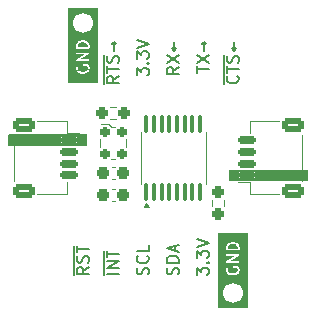
<source format=gbr>
%TF.GenerationSoftware,KiCad,Pcbnew,8.0.7*%
%TF.CreationDate,2025-02-08T23:44:29-05:00*%
%TF.ProjectId,QwiicUART-Board,51776969-6355-4415-9254-2d426f617264,0.0.2*%
%TF.SameCoordinates,PX853a720PY66f2fb0*%
%TF.FileFunction,Legend,Top*%
%TF.FilePolarity,Positive*%
%FSLAX46Y46*%
G04 Gerber Fmt 4.6, Leading zero omitted, Abs format (unit mm)*
G04 Created by KiCad (PCBNEW 8.0.7) date 2025-02-08 23:44:29*
%MOMM*%
%LPD*%
G01*
G04 APERTURE LIST*
G04 Aperture macros list*
%AMRoundRect*
0 Rectangle with rounded corners*
0 $1 Rounding radius*
0 $2 $3 $4 $5 $6 $7 $8 $9 X,Y pos of 4 corners*
0 Add a 4 corners polygon primitive as box body*
4,1,4,$2,$3,$4,$5,$6,$7,$8,$9,$2,$3,0*
0 Add four circle primitives for the rounded corners*
1,1,$1+$1,$2,$3*
1,1,$1+$1,$4,$5*
1,1,$1+$1,$6,$7*
1,1,$1+$1,$8,$9*
0 Add four rect primitives between the rounded corners*
20,1,$1+$1,$2,$3,$4,$5,0*
20,1,$1+$1,$4,$5,$6,$7,0*
20,1,$1+$1,$6,$7,$8,$9,0*
20,1,$1+$1,$8,$9,$2,$3,0*%
G04 Aperture macros list end*
%ADD10C,0.150000*%
%ADD11C,0.120000*%
%ADD12C,3.200000*%
%ADD13RoundRect,0.237500X0.250000X0.237500X-0.250000X0.237500X-0.250000X-0.237500X0.250000X-0.237500X0*%
%ADD14RoundRect,0.100000X0.100000X-0.637500X0.100000X0.637500X-0.100000X0.637500X-0.100000X-0.637500X0*%
%ADD15RoundRect,0.237500X-0.300000X-0.237500X0.300000X-0.237500X0.300000X0.237500X-0.300000X0.237500X0*%
%ADD16RoundRect,0.150000X0.625000X-0.150000X0.625000X0.150000X-0.625000X0.150000X-0.625000X-0.150000X0*%
%ADD17RoundRect,0.250000X0.650000X-0.350000X0.650000X0.350000X-0.650000X0.350000X-0.650000X-0.350000X0*%
%ADD18C,1.000000*%
%ADD19RoundRect,0.150000X-0.625000X0.150000X-0.625000X-0.150000X0.625000X-0.150000X0.625000X0.150000X0*%
%ADD20RoundRect,0.250000X-0.650000X0.350000X-0.650000X-0.350000X0.650000X-0.350000X0.650000X0.350000X0*%
%ADD21RoundRect,0.200000X-0.200000X-0.250000X0.200000X-0.250000X0.200000X0.250000X-0.200000X0.250000X0*%
%ADD22RoundRect,0.237500X-0.237500X0.250000X-0.237500X-0.250000X0.237500X-0.250000X0.237500X0.250000X0*%
%ADD23C,1.700000*%
G04 APERTURE END LIST*
D10*
X-3355181Y-9823220D02*
X-4355181Y-9823220D01*
X-3355181Y-9347030D02*
X-4355181Y-9347030D01*
X-4355181Y-9347030D02*
X-3355181Y-8775602D01*
X-3355181Y-8775602D02*
X-4355181Y-8775602D01*
X-4355181Y-8442268D02*
X-4355181Y-7870840D01*
X-3355181Y-8156554D02*
X-4355181Y-8156554D01*
X-4632800Y-9961316D02*
X-4632800Y-7875602D01*
X1724819Y7680364D02*
X1248628Y7347031D01*
X1724819Y7108936D02*
X724819Y7108936D01*
X724819Y7108936D02*
X724819Y7489888D01*
X724819Y7489888D02*
X772438Y7585126D01*
X772438Y7585126D02*
X820057Y7632745D01*
X820057Y7632745D02*
X915295Y7680364D01*
X915295Y7680364D02*
X1058152Y7680364D01*
X1058152Y7680364D02*
X1153390Y7632745D01*
X1153390Y7632745D02*
X1201009Y7585126D01*
X1201009Y7585126D02*
X1248628Y7489888D01*
X1248628Y7489888D02*
X1248628Y7108936D01*
X724819Y8013698D02*
X1724819Y8680364D01*
X724819Y8680364D02*
X1724819Y8013698D01*
X1343866Y9823221D02*
X1343866Y9061317D01*
X1534342Y9251793D02*
X1343866Y9061317D01*
X1343866Y9061317D02*
X1153390Y9251793D01*
X3264819Y-9918458D02*
X3264819Y-9299411D01*
X3264819Y-9299411D02*
X3645771Y-9632744D01*
X3645771Y-9632744D02*
X3645771Y-9489887D01*
X3645771Y-9489887D02*
X3693390Y-9394649D01*
X3693390Y-9394649D02*
X3741009Y-9347030D01*
X3741009Y-9347030D02*
X3836247Y-9299411D01*
X3836247Y-9299411D02*
X4074342Y-9299411D01*
X4074342Y-9299411D02*
X4169580Y-9347030D01*
X4169580Y-9347030D02*
X4217200Y-9394649D01*
X4217200Y-9394649D02*
X4264819Y-9489887D01*
X4264819Y-9489887D02*
X4264819Y-9775601D01*
X4264819Y-9775601D02*
X4217200Y-9870839D01*
X4217200Y-9870839D02*
X4169580Y-9918458D01*
X4169580Y-8870839D02*
X4217200Y-8823220D01*
X4217200Y-8823220D02*
X4264819Y-8870839D01*
X4264819Y-8870839D02*
X4217200Y-8918458D01*
X4217200Y-8918458D02*
X4169580Y-8870839D01*
X4169580Y-8870839D02*
X4264819Y-8870839D01*
X3264819Y-8489887D02*
X3264819Y-7870840D01*
X3264819Y-7870840D02*
X3645771Y-8204173D01*
X3645771Y-8204173D02*
X3645771Y-8061316D01*
X3645771Y-8061316D02*
X3693390Y-7966078D01*
X3693390Y-7966078D02*
X3741009Y-7918459D01*
X3741009Y-7918459D02*
X3836247Y-7870840D01*
X3836247Y-7870840D02*
X4074342Y-7870840D01*
X4074342Y-7870840D02*
X4169580Y-7918459D01*
X4169580Y-7918459D02*
X4217200Y-7966078D01*
X4217200Y-7966078D02*
X4264819Y-8061316D01*
X4264819Y-8061316D02*
X4264819Y-8347030D01*
X4264819Y-8347030D02*
X4217200Y-8442268D01*
X4217200Y-8442268D02*
X4169580Y-8489887D01*
X3264819Y-7585125D02*
X4264819Y-7251792D01*
X4264819Y-7251792D02*
X3264819Y-6918459D01*
X1677200Y-9870839D02*
X1724819Y-9727982D01*
X1724819Y-9727982D02*
X1724819Y-9489887D01*
X1724819Y-9489887D02*
X1677200Y-9394649D01*
X1677200Y-9394649D02*
X1629580Y-9347030D01*
X1629580Y-9347030D02*
X1534342Y-9299411D01*
X1534342Y-9299411D02*
X1439104Y-9299411D01*
X1439104Y-9299411D02*
X1343866Y-9347030D01*
X1343866Y-9347030D02*
X1296247Y-9394649D01*
X1296247Y-9394649D02*
X1248628Y-9489887D01*
X1248628Y-9489887D02*
X1201009Y-9680363D01*
X1201009Y-9680363D02*
X1153390Y-9775601D01*
X1153390Y-9775601D02*
X1105771Y-9823220D01*
X1105771Y-9823220D02*
X1010533Y-9870839D01*
X1010533Y-9870839D02*
X915295Y-9870839D01*
X915295Y-9870839D02*
X820057Y-9823220D01*
X820057Y-9823220D02*
X772438Y-9775601D01*
X772438Y-9775601D02*
X724819Y-9680363D01*
X724819Y-9680363D02*
X724819Y-9442268D01*
X724819Y-9442268D02*
X772438Y-9299411D01*
X1724819Y-8870839D02*
X724819Y-8870839D01*
X724819Y-8870839D02*
X724819Y-8632744D01*
X724819Y-8632744D02*
X772438Y-8489887D01*
X772438Y-8489887D02*
X867676Y-8394649D01*
X867676Y-8394649D02*
X962914Y-8347030D01*
X962914Y-8347030D02*
X1153390Y-8299411D01*
X1153390Y-8299411D02*
X1296247Y-8299411D01*
X1296247Y-8299411D02*
X1486723Y-8347030D01*
X1486723Y-8347030D02*
X1581961Y-8394649D01*
X1581961Y-8394649D02*
X1677200Y-8489887D01*
X1677200Y-8489887D02*
X1724819Y-8632744D01*
X1724819Y-8632744D02*
X1724819Y-8870839D01*
X1439104Y-7918458D02*
X1439104Y-7442268D01*
X1724819Y-8013696D02*
X724819Y-7680363D01*
X724819Y-7680363D02*
X1724819Y-7347030D01*
X3264819Y7204174D02*
X3264819Y7775602D01*
X4264819Y7489888D02*
X3264819Y7489888D01*
X3264819Y8013698D02*
X4264819Y8680364D01*
X3264819Y8680364D02*
X4264819Y8013698D01*
X3883866Y9061317D02*
X3883866Y9823221D01*
X4074342Y9632745D02*
X3883866Y9823221D01*
X3883866Y9823221D02*
X3693390Y9632745D01*
G36*
X-6159453Y9752457D02*
G01*
X-6082466Y9713963D01*
X-6008352Y9639850D01*
X-5970181Y9525337D01*
X-5970181Y9374412D01*
X-6820181Y9374412D01*
X-6820181Y9525337D01*
X-6782010Y9639851D01*
X-6707897Y9713963D01*
X-6630910Y9752457D01*
X-6457376Y9795840D01*
X-6332987Y9795840D01*
X-6159453Y9752457D01*
G37*
G36*
X-5709070Y7018063D02*
G01*
X-7081292Y7018063D01*
X-7081292Y7680364D01*
X-6970181Y7680364D01*
X-6970181Y7537507D01*
X-6969452Y7530102D01*
X-6969592Y7528127D01*
X-6969002Y7525530D01*
X-6968740Y7522875D01*
X-6967982Y7521044D01*
X-6966332Y7513790D01*
X-6918713Y7370933D01*
X-6912719Y7357508D01*
X-6910954Y7355473D01*
X-6909922Y7352982D01*
X-6900595Y7341617D01*
X-6805357Y7246379D01*
X-6799607Y7241659D01*
X-6798308Y7240162D01*
X-6796054Y7238743D01*
X-6793992Y7237051D01*
X-6792160Y7236293D01*
X-6785865Y7232330D01*
X-6690627Y7184711D01*
X-6689558Y7184302D01*
X-6689122Y7183979D01*
X-6682986Y7181787D01*
X-6676896Y7179456D01*
X-6676356Y7179418D01*
X-6675276Y7179032D01*
X-6484800Y7131413D01*
X-6482264Y7131038D01*
X-6481242Y7130615D01*
X-6475730Y7130073D01*
X-6470256Y7129263D01*
X-6469164Y7129426D01*
X-6466610Y7129174D01*
X-6323753Y7129174D01*
X-6321200Y7129426D01*
X-6320107Y7129263D01*
X-6314634Y7130073D01*
X-6309121Y7130615D01*
X-6308100Y7131038D01*
X-6305563Y7131413D01*
X-6115087Y7179032D01*
X-6114008Y7179418D01*
X-6113468Y7179456D01*
X-6107387Y7181784D01*
X-6101241Y7183979D01*
X-6100806Y7184302D01*
X-6099736Y7184711D01*
X-6004498Y7232330D01*
X-5998202Y7236294D01*
X-5996372Y7237051D01*
X-5994314Y7238741D01*
X-5992055Y7240162D01*
X-5990756Y7241661D01*
X-5985006Y7246379D01*
X-5889767Y7341617D01*
X-5880439Y7352982D01*
X-5879408Y7355473D01*
X-5877643Y7357507D01*
X-5871649Y7370933D01*
X-5824030Y7513789D01*
X-5822381Y7521045D01*
X-5821622Y7522875D01*
X-5821361Y7525529D01*
X-5820770Y7528126D01*
X-5820911Y7530101D01*
X-5820181Y7537507D01*
X-5820181Y7632745D01*
X-5820911Y7640152D01*
X-5820770Y7642126D01*
X-5821361Y7644724D01*
X-5821622Y7647377D01*
X-5822381Y7649208D01*
X-5824030Y7656463D01*
X-5871649Y7799319D01*
X-5877643Y7812745D01*
X-5879410Y7814782D01*
X-5880440Y7817270D01*
X-5889768Y7828636D01*
X-5937388Y7876255D01*
X-5948753Y7885582D01*
X-5964590Y7892142D01*
X-5975788Y7896780D01*
X-5990420Y7898221D01*
X-6323753Y7898221D01*
X-6338385Y7896780D01*
X-6365421Y7885581D01*
X-6386113Y7864889D01*
X-6397312Y7837853D01*
X-6398753Y7823221D01*
X-6398753Y7632745D01*
X-6397312Y7618113D01*
X-6386113Y7591077D01*
X-6365421Y7570385D01*
X-6338385Y7559186D01*
X-6309121Y7559186D01*
X-6282085Y7570385D01*
X-6261393Y7591077D01*
X-6250194Y7618113D01*
X-6248753Y7632745D01*
X-6248753Y7748221D01*
X-6021486Y7748221D01*
X-6008352Y7735088D01*
X-5970181Y7620575D01*
X-5970181Y7549677D01*
X-6008352Y7435165D01*
X-6082466Y7361052D01*
X-6159453Y7322558D01*
X-6332987Y7279174D01*
X-6457376Y7279174D01*
X-6630910Y7322558D01*
X-6707897Y7361051D01*
X-6782010Y7435164D01*
X-6820181Y7549678D01*
X-6820181Y7662659D01*
X-6780480Y7742061D01*
X-6775225Y7755792D01*
X-6773151Y7784982D01*
X-6782405Y7812744D01*
X-6801578Y7834851D01*
X-6827753Y7847939D01*
X-6856943Y7850013D01*
X-6884704Y7840759D01*
X-6906812Y7821586D01*
X-6914644Y7809143D01*
X-6962263Y7713905D01*
X-6967518Y7700173D01*
X-6967709Y7697486D01*
X-6968740Y7694996D01*
X-6970181Y7680364D01*
X-7081292Y7680364D01*
X-7081292Y8257032D01*
X-6969998Y8257032D01*
X-6968740Y8247136D01*
X-6968740Y8237161D01*
X-6966911Y8232746D01*
X-6966308Y8228002D01*
X-6961358Y8219338D01*
X-6957541Y8210125D01*
X-6954163Y8206747D01*
X-6951789Y8202593D01*
X-6943900Y8196484D01*
X-6936849Y8189433D01*
X-6932433Y8187604D01*
X-6928652Y8184676D01*
X-6919029Y8182052D01*
X-6909813Y8178234D01*
X-6902331Y8177498D01*
X-6900420Y8176976D01*
X-6898945Y8177164D01*
X-6895181Y8176793D01*
X-5895181Y8176793D01*
X-5880549Y8178234D01*
X-5853513Y8189433D01*
X-5832821Y8210125D01*
X-5821622Y8237161D01*
X-5821622Y8266425D01*
X-5832821Y8293461D01*
X-5853513Y8314153D01*
X-5880549Y8325352D01*
X-5895181Y8326793D01*
X-6612764Y8326793D01*
X-5857970Y8758103D01*
X-5854886Y8760293D01*
X-5853513Y8760861D01*
X-5852116Y8762259D01*
X-5845981Y8766613D01*
X-5839873Y8774502D01*
X-5832821Y8781553D01*
X-5830991Y8785972D01*
X-5828064Y8789751D01*
X-5825440Y8799373D01*
X-5821622Y8808589D01*
X-5821622Y8813370D01*
X-5820364Y8817982D01*
X-5821622Y8827879D01*
X-5821622Y8837853D01*
X-5823452Y8842269D01*
X-5824054Y8847012D01*
X-5829005Y8855677D01*
X-5832821Y8864889D01*
X-5836200Y8868268D01*
X-5838573Y8872421D01*
X-5846463Y8878531D01*
X-5853513Y8885581D01*
X-5857930Y8887411D01*
X-5861710Y8890338D01*
X-5871334Y8892963D01*
X-5880549Y8896780D01*
X-5888032Y8897517D01*
X-5889942Y8898038D01*
X-5891418Y8897851D01*
X-5895181Y8898221D01*
X-6895181Y8898221D01*
X-6909813Y8896780D01*
X-6936849Y8885581D01*
X-6957541Y8864889D01*
X-6968740Y8837853D01*
X-6968740Y8808589D01*
X-6957541Y8781553D01*
X-6936849Y8760861D01*
X-6909813Y8749662D01*
X-6895181Y8748221D01*
X-6177598Y8748221D01*
X-6932391Y8316911D01*
X-6935475Y8314723D01*
X-6936849Y8314153D01*
X-6938249Y8312754D01*
X-6944381Y8308401D01*
X-6950491Y8300512D01*
X-6957541Y8293461D01*
X-6959371Y8289045D01*
X-6962298Y8285264D01*
X-6964923Y8275641D01*
X-6968740Y8266425D01*
X-6968740Y8261645D01*
X-6969998Y8257032D01*
X-7081292Y8257032D01*
X-7081292Y9537507D01*
X-6970181Y9537507D01*
X-6970181Y9299412D01*
X-6968740Y9284780D01*
X-6957541Y9257744D01*
X-6936849Y9237052D01*
X-6909813Y9225853D01*
X-6895181Y9224412D01*
X-5895181Y9224412D01*
X-5880549Y9225853D01*
X-5853513Y9237052D01*
X-5832821Y9257744D01*
X-5821622Y9284780D01*
X-5820181Y9299412D01*
X-5820181Y9537507D01*
X-5820911Y9544914D01*
X-5820770Y9546888D01*
X-5821361Y9549486D01*
X-5821622Y9552139D01*
X-5822381Y9553970D01*
X-5824030Y9561225D01*
X-5871649Y9704081D01*
X-5877643Y9717507D01*
X-5879408Y9719542D01*
X-5880439Y9722032D01*
X-5889767Y9733397D01*
X-5985006Y9828635D01*
X-5990756Y9833354D01*
X-5992055Y9834852D01*
X-5994314Y9836274D01*
X-5996372Y9837963D01*
X-5998202Y9838721D01*
X-6004498Y9842684D01*
X-6099736Y9890303D01*
X-6100806Y9890713D01*
X-6101241Y9891035D01*
X-6107387Y9893231D01*
X-6113468Y9895558D01*
X-6114008Y9895597D01*
X-6115087Y9895982D01*
X-6305563Y9943601D01*
X-6308100Y9943977D01*
X-6309121Y9944399D01*
X-6314634Y9944942D01*
X-6320107Y9945751D01*
X-6321200Y9945589D01*
X-6323753Y9945840D01*
X-6466610Y9945840D01*
X-6469164Y9945589D01*
X-6470256Y9945751D01*
X-6475730Y9944942D01*
X-6481242Y9944399D01*
X-6482264Y9943977D01*
X-6484800Y9943601D01*
X-6675276Y9895982D01*
X-6676356Y9895597D01*
X-6676896Y9895558D01*
X-6682986Y9893228D01*
X-6689122Y9891035D01*
X-6689558Y9890713D01*
X-6690627Y9890303D01*
X-6785865Y9842684D01*
X-6792160Y9838722D01*
X-6793992Y9837963D01*
X-6796054Y9836272D01*
X-6798308Y9834852D01*
X-6799607Y9833356D01*
X-6805357Y9828635D01*
X-6900595Y9733397D01*
X-6909922Y9722032D01*
X-6910954Y9719542D01*
X-6912719Y9717506D01*
X-6918713Y9704081D01*
X-6966332Y9561224D01*
X-6967982Y9553971D01*
X-6968740Y9552139D01*
X-6969002Y9549485D01*
X-6969592Y9546887D01*
X-6969452Y9544913D01*
X-6970181Y9537507D01*
X-7081292Y9537507D01*
X-7081292Y10056951D01*
X-5709070Y10056951D01*
X-5709070Y7018063D01*
G37*
G36*
X6540547Y-7322556D02*
G01*
X6617534Y-7361050D01*
X6691648Y-7435163D01*
X6729819Y-7549676D01*
X6729819Y-7700601D01*
X5879819Y-7700601D01*
X5879819Y-7549676D01*
X5917990Y-7435162D01*
X5992103Y-7361050D01*
X6069090Y-7322556D01*
X6242624Y-7279173D01*
X6367013Y-7279173D01*
X6540547Y-7322556D01*
G37*
G36*
X6990930Y-10056950D02*
G01*
X5618708Y-10056950D01*
X5618708Y-9394649D01*
X5729819Y-9394649D01*
X5729819Y-9537506D01*
X5730548Y-9544911D01*
X5730408Y-9546886D01*
X5730998Y-9549483D01*
X5731260Y-9552138D01*
X5732018Y-9553969D01*
X5733668Y-9561223D01*
X5781287Y-9704080D01*
X5787281Y-9717505D01*
X5789046Y-9719540D01*
X5790078Y-9722031D01*
X5799405Y-9733396D01*
X5894643Y-9828634D01*
X5900393Y-9833354D01*
X5901692Y-9834851D01*
X5903946Y-9836270D01*
X5906008Y-9837962D01*
X5907840Y-9838720D01*
X5914135Y-9842683D01*
X6009373Y-9890302D01*
X6010442Y-9890711D01*
X6010878Y-9891034D01*
X6017014Y-9893226D01*
X6023104Y-9895557D01*
X6023644Y-9895595D01*
X6024724Y-9895981D01*
X6215200Y-9943600D01*
X6217736Y-9943975D01*
X6218758Y-9944398D01*
X6224270Y-9944940D01*
X6229744Y-9945750D01*
X6230836Y-9945587D01*
X6233390Y-9945839D01*
X6376247Y-9945839D01*
X6378800Y-9945587D01*
X6379893Y-9945750D01*
X6385366Y-9944940D01*
X6390879Y-9944398D01*
X6391900Y-9943975D01*
X6394437Y-9943600D01*
X6584913Y-9895981D01*
X6585992Y-9895595D01*
X6586532Y-9895557D01*
X6592613Y-9893229D01*
X6598759Y-9891034D01*
X6599194Y-9890711D01*
X6600264Y-9890302D01*
X6695502Y-9842683D01*
X6701798Y-9838719D01*
X6703628Y-9837962D01*
X6705686Y-9836272D01*
X6707945Y-9834851D01*
X6709244Y-9833352D01*
X6714994Y-9828634D01*
X6810233Y-9733396D01*
X6819561Y-9722031D01*
X6820592Y-9719540D01*
X6822357Y-9717506D01*
X6828351Y-9704080D01*
X6875970Y-9561224D01*
X6877619Y-9553968D01*
X6878378Y-9552138D01*
X6878639Y-9549484D01*
X6879230Y-9546887D01*
X6879089Y-9544912D01*
X6879819Y-9537506D01*
X6879819Y-9442268D01*
X6879089Y-9434861D01*
X6879230Y-9432887D01*
X6878639Y-9430289D01*
X6878378Y-9427636D01*
X6877619Y-9425805D01*
X6875970Y-9418550D01*
X6828351Y-9275694D01*
X6822357Y-9262268D01*
X6820590Y-9260231D01*
X6819560Y-9257743D01*
X6810232Y-9246377D01*
X6762612Y-9198758D01*
X6751247Y-9189431D01*
X6735410Y-9182871D01*
X6724212Y-9178233D01*
X6709580Y-9176792D01*
X6376247Y-9176792D01*
X6361615Y-9178233D01*
X6334579Y-9189432D01*
X6313887Y-9210124D01*
X6302688Y-9237160D01*
X6301247Y-9251792D01*
X6301247Y-9442268D01*
X6302688Y-9456900D01*
X6313887Y-9483936D01*
X6334579Y-9504628D01*
X6361615Y-9515827D01*
X6390879Y-9515827D01*
X6417915Y-9504628D01*
X6438607Y-9483936D01*
X6449806Y-9456900D01*
X6451247Y-9442268D01*
X6451247Y-9326792D01*
X6678514Y-9326792D01*
X6691648Y-9339925D01*
X6729819Y-9454438D01*
X6729819Y-9525336D01*
X6691648Y-9639848D01*
X6617534Y-9713961D01*
X6540547Y-9752455D01*
X6367013Y-9795839D01*
X6242624Y-9795839D01*
X6069090Y-9752455D01*
X5992103Y-9713962D01*
X5917990Y-9639849D01*
X5879819Y-9525335D01*
X5879819Y-9412354D01*
X5919520Y-9332952D01*
X5924775Y-9319221D01*
X5926849Y-9290031D01*
X5917595Y-9262269D01*
X5898422Y-9240162D01*
X5872247Y-9227074D01*
X5843057Y-9225000D01*
X5815296Y-9234254D01*
X5793188Y-9253427D01*
X5785356Y-9265870D01*
X5737737Y-9361108D01*
X5732482Y-9374840D01*
X5732291Y-9377527D01*
X5731260Y-9380017D01*
X5729819Y-9394649D01*
X5618708Y-9394649D01*
X5618708Y-8817981D01*
X5730002Y-8817981D01*
X5731260Y-8827877D01*
X5731260Y-8837852D01*
X5733089Y-8842267D01*
X5733692Y-8847011D01*
X5738642Y-8855675D01*
X5742459Y-8864888D01*
X5745837Y-8868266D01*
X5748211Y-8872420D01*
X5756100Y-8878529D01*
X5763151Y-8885580D01*
X5767567Y-8887409D01*
X5771348Y-8890337D01*
X5780971Y-8892961D01*
X5790187Y-8896779D01*
X5797669Y-8897515D01*
X5799580Y-8898037D01*
X5801055Y-8897849D01*
X5804819Y-8898220D01*
X6804819Y-8898220D01*
X6819451Y-8896779D01*
X6846487Y-8885580D01*
X6867179Y-8864888D01*
X6878378Y-8837852D01*
X6878378Y-8808588D01*
X6867179Y-8781552D01*
X6846487Y-8760860D01*
X6819451Y-8749661D01*
X6804819Y-8748220D01*
X6087236Y-8748220D01*
X6842030Y-8316910D01*
X6845114Y-8314720D01*
X6846487Y-8314152D01*
X6847884Y-8312754D01*
X6854019Y-8308400D01*
X6860127Y-8300511D01*
X6867179Y-8293460D01*
X6869009Y-8289041D01*
X6871936Y-8285262D01*
X6874560Y-8275640D01*
X6878378Y-8266424D01*
X6878378Y-8261643D01*
X6879636Y-8257031D01*
X6878378Y-8247134D01*
X6878378Y-8237160D01*
X6876548Y-8232744D01*
X6875946Y-8228001D01*
X6870995Y-8219336D01*
X6867179Y-8210124D01*
X6863800Y-8206745D01*
X6861427Y-8202592D01*
X6853537Y-8196482D01*
X6846487Y-8189432D01*
X6842070Y-8187602D01*
X6838290Y-8184675D01*
X6828666Y-8182050D01*
X6819451Y-8178233D01*
X6811968Y-8177496D01*
X6810058Y-8176975D01*
X6808582Y-8177162D01*
X6804819Y-8176792D01*
X5804819Y-8176792D01*
X5790187Y-8178233D01*
X5763151Y-8189432D01*
X5742459Y-8210124D01*
X5731260Y-8237160D01*
X5731260Y-8266424D01*
X5742459Y-8293460D01*
X5763151Y-8314152D01*
X5790187Y-8325351D01*
X5804819Y-8326792D01*
X6522402Y-8326792D01*
X5767609Y-8758102D01*
X5764525Y-8760290D01*
X5763151Y-8760860D01*
X5761751Y-8762259D01*
X5755619Y-8766612D01*
X5749509Y-8774501D01*
X5742459Y-8781552D01*
X5740629Y-8785968D01*
X5737702Y-8789749D01*
X5735077Y-8799372D01*
X5731260Y-8808588D01*
X5731260Y-8813368D01*
X5730002Y-8817981D01*
X5618708Y-8817981D01*
X5618708Y-7537506D01*
X5729819Y-7537506D01*
X5729819Y-7775601D01*
X5731260Y-7790233D01*
X5742459Y-7817269D01*
X5763151Y-7837961D01*
X5790187Y-7849160D01*
X5804819Y-7850601D01*
X6804819Y-7850601D01*
X6819451Y-7849160D01*
X6846487Y-7837961D01*
X6867179Y-7817269D01*
X6878378Y-7790233D01*
X6879819Y-7775601D01*
X6879819Y-7537506D01*
X6879089Y-7530099D01*
X6879230Y-7528125D01*
X6878639Y-7525527D01*
X6878378Y-7522874D01*
X6877619Y-7521043D01*
X6875970Y-7513788D01*
X6828351Y-7370932D01*
X6822357Y-7357506D01*
X6820592Y-7355471D01*
X6819561Y-7352981D01*
X6810233Y-7341616D01*
X6714994Y-7246378D01*
X6709244Y-7241659D01*
X6707945Y-7240161D01*
X6705686Y-7238739D01*
X6703628Y-7237050D01*
X6701798Y-7236292D01*
X6695502Y-7232329D01*
X6600264Y-7184710D01*
X6599194Y-7184300D01*
X6598759Y-7183978D01*
X6592613Y-7181782D01*
X6586532Y-7179455D01*
X6585992Y-7179416D01*
X6584913Y-7179031D01*
X6394437Y-7131412D01*
X6391900Y-7131036D01*
X6390879Y-7130614D01*
X6385366Y-7130071D01*
X6379893Y-7129262D01*
X6378800Y-7129424D01*
X6376247Y-7129173D01*
X6233390Y-7129173D01*
X6230836Y-7129424D01*
X6229744Y-7129262D01*
X6224270Y-7130071D01*
X6218758Y-7130614D01*
X6217736Y-7131036D01*
X6215200Y-7131412D01*
X6024724Y-7179031D01*
X6023644Y-7179416D01*
X6023104Y-7179455D01*
X6017014Y-7181785D01*
X6010878Y-7183978D01*
X6010442Y-7184300D01*
X6009373Y-7184710D01*
X5914135Y-7232329D01*
X5907840Y-7236291D01*
X5906008Y-7237050D01*
X5903946Y-7238741D01*
X5901692Y-7240161D01*
X5900393Y-7241657D01*
X5894643Y-7246378D01*
X5799405Y-7341616D01*
X5790078Y-7352981D01*
X5789046Y-7355471D01*
X5787281Y-7357507D01*
X5781287Y-7370932D01*
X5733668Y-7513789D01*
X5732018Y-7521042D01*
X5731260Y-7522874D01*
X5730998Y-7525528D01*
X5730408Y-7528126D01*
X5730548Y-7530100D01*
X5729819Y-7537506D01*
X5618708Y-7537506D01*
X5618708Y-7018062D01*
X6990930Y-7018062D01*
X6990930Y-10056950D01*
G37*
X-3355181Y6918459D02*
X-3831372Y6585126D01*
X-3355181Y6347031D02*
X-4355181Y6347031D01*
X-4355181Y6347031D02*
X-4355181Y6727983D01*
X-4355181Y6727983D02*
X-4307562Y6823221D01*
X-4307562Y6823221D02*
X-4259943Y6870840D01*
X-4259943Y6870840D02*
X-4164705Y6918459D01*
X-4164705Y6918459D02*
X-4021848Y6918459D01*
X-4021848Y6918459D02*
X-3926610Y6870840D01*
X-3926610Y6870840D02*
X-3878991Y6823221D01*
X-3878991Y6823221D02*
X-3831372Y6727983D01*
X-3831372Y6727983D02*
X-3831372Y6347031D01*
X-4355181Y7204174D02*
X-4355181Y7775602D01*
X-3355181Y7489888D02*
X-4355181Y7489888D01*
X-3402800Y8061317D02*
X-3355181Y8204174D01*
X-3355181Y8204174D02*
X-3355181Y8442269D01*
X-3355181Y8442269D02*
X-3402800Y8537507D01*
X-3402800Y8537507D02*
X-3450420Y8585126D01*
X-3450420Y8585126D02*
X-3545658Y8632745D01*
X-3545658Y8632745D02*
X-3640896Y8632745D01*
X-3640896Y8632745D02*
X-3736134Y8585126D01*
X-3736134Y8585126D02*
X-3783753Y8537507D01*
X-3783753Y8537507D02*
X-3831372Y8442269D01*
X-3831372Y8442269D02*
X-3878991Y8251793D01*
X-3878991Y8251793D02*
X-3926610Y8156555D01*
X-3926610Y8156555D02*
X-3974229Y8108936D01*
X-3974229Y8108936D02*
X-4069467Y8061317D01*
X-4069467Y8061317D02*
X-4164705Y8061317D01*
X-4164705Y8061317D02*
X-4259943Y8108936D01*
X-4259943Y8108936D02*
X-4307562Y8156555D01*
X-4307562Y8156555D02*
X-4355181Y8251793D01*
X-4355181Y8251793D02*
X-4355181Y8489888D01*
X-4355181Y8489888D02*
X-4307562Y8632745D01*
X-4632800Y6208935D02*
X-4632800Y8723221D01*
X-3736134Y9061317D02*
X-3736134Y9823221D01*
X-3545658Y9632745D02*
X-3736134Y9823221D01*
X-3736134Y9823221D02*
X-3926610Y9632745D01*
X-862800Y-9870839D02*
X-815181Y-9727982D01*
X-815181Y-9727982D02*
X-815181Y-9489887D01*
X-815181Y-9489887D02*
X-862800Y-9394649D01*
X-862800Y-9394649D02*
X-910420Y-9347030D01*
X-910420Y-9347030D02*
X-1005658Y-9299411D01*
X-1005658Y-9299411D02*
X-1100896Y-9299411D01*
X-1100896Y-9299411D02*
X-1196134Y-9347030D01*
X-1196134Y-9347030D02*
X-1243753Y-9394649D01*
X-1243753Y-9394649D02*
X-1291372Y-9489887D01*
X-1291372Y-9489887D02*
X-1338991Y-9680363D01*
X-1338991Y-9680363D02*
X-1386610Y-9775601D01*
X-1386610Y-9775601D02*
X-1434229Y-9823220D01*
X-1434229Y-9823220D02*
X-1529467Y-9870839D01*
X-1529467Y-9870839D02*
X-1624705Y-9870839D01*
X-1624705Y-9870839D02*
X-1719943Y-9823220D01*
X-1719943Y-9823220D02*
X-1767562Y-9775601D01*
X-1767562Y-9775601D02*
X-1815181Y-9680363D01*
X-1815181Y-9680363D02*
X-1815181Y-9442268D01*
X-1815181Y-9442268D02*
X-1767562Y-9299411D01*
X-910420Y-8299411D02*
X-862800Y-8347030D01*
X-862800Y-8347030D02*
X-815181Y-8489887D01*
X-815181Y-8489887D02*
X-815181Y-8585125D01*
X-815181Y-8585125D02*
X-862800Y-8727982D01*
X-862800Y-8727982D02*
X-958039Y-8823220D01*
X-958039Y-8823220D02*
X-1053277Y-8870839D01*
X-1053277Y-8870839D02*
X-1243753Y-8918458D01*
X-1243753Y-8918458D02*
X-1386610Y-8918458D01*
X-1386610Y-8918458D02*
X-1577086Y-8870839D01*
X-1577086Y-8870839D02*
X-1672324Y-8823220D01*
X-1672324Y-8823220D02*
X-1767562Y-8727982D01*
X-1767562Y-8727982D02*
X-1815181Y-8585125D01*
X-1815181Y-8585125D02*
X-1815181Y-8489887D01*
X-1815181Y-8489887D02*
X-1767562Y-8347030D01*
X-1767562Y-8347030D02*
X-1719943Y-8299411D01*
X-815181Y-7394649D02*
X-815181Y-7870839D01*
X-815181Y-7870839D02*
X-1815181Y-7870839D01*
X-5895181Y-9251792D02*
X-6371372Y-9585125D01*
X-5895181Y-9823220D02*
X-6895181Y-9823220D01*
X-6895181Y-9823220D02*
X-6895181Y-9442268D01*
X-6895181Y-9442268D02*
X-6847562Y-9347030D01*
X-6847562Y-9347030D02*
X-6799943Y-9299411D01*
X-6799943Y-9299411D02*
X-6704705Y-9251792D01*
X-6704705Y-9251792D02*
X-6561848Y-9251792D01*
X-6561848Y-9251792D02*
X-6466610Y-9299411D01*
X-6466610Y-9299411D02*
X-6418991Y-9347030D01*
X-6418991Y-9347030D02*
X-6371372Y-9442268D01*
X-6371372Y-9442268D02*
X-6371372Y-9823220D01*
X-5942800Y-8870839D02*
X-5895181Y-8727982D01*
X-5895181Y-8727982D02*
X-5895181Y-8489887D01*
X-5895181Y-8489887D02*
X-5942800Y-8394649D01*
X-5942800Y-8394649D02*
X-5990420Y-8347030D01*
X-5990420Y-8347030D02*
X-6085658Y-8299411D01*
X-6085658Y-8299411D02*
X-6180896Y-8299411D01*
X-6180896Y-8299411D02*
X-6276134Y-8347030D01*
X-6276134Y-8347030D02*
X-6323753Y-8394649D01*
X-6323753Y-8394649D02*
X-6371372Y-8489887D01*
X-6371372Y-8489887D02*
X-6418991Y-8680363D01*
X-6418991Y-8680363D02*
X-6466610Y-8775601D01*
X-6466610Y-8775601D02*
X-6514229Y-8823220D01*
X-6514229Y-8823220D02*
X-6609467Y-8870839D01*
X-6609467Y-8870839D02*
X-6704705Y-8870839D01*
X-6704705Y-8870839D02*
X-6799943Y-8823220D01*
X-6799943Y-8823220D02*
X-6847562Y-8775601D01*
X-6847562Y-8775601D02*
X-6895181Y-8680363D01*
X-6895181Y-8680363D02*
X-6895181Y-8442268D01*
X-6895181Y-8442268D02*
X-6847562Y-8299411D01*
X-6895181Y-8013696D02*
X-6895181Y-7442268D01*
X-5895181Y-7727982D02*
X-6895181Y-7727982D01*
X-7172800Y-9961316D02*
X-7172800Y-7447030D01*
X-1815181Y6966079D02*
X-1815181Y7585126D01*
X-1815181Y7585126D02*
X-1434229Y7251793D01*
X-1434229Y7251793D02*
X-1434229Y7394650D01*
X-1434229Y7394650D02*
X-1386610Y7489888D01*
X-1386610Y7489888D02*
X-1338991Y7537507D01*
X-1338991Y7537507D02*
X-1243753Y7585126D01*
X-1243753Y7585126D02*
X-1005658Y7585126D01*
X-1005658Y7585126D02*
X-910420Y7537507D01*
X-910420Y7537507D02*
X-862800Y7489888D01*
X-862800Y7489888D02*
X-815181Y7394650D01*
X-815181Y7394650D02*
X-815181Y7108936D01*
X-815181Y7108936D02*
X-862800Y7013698D01*
X-862800Y7013698D02*
X-910420Y6966079D01*
X-910420Y8013698D02*
X-862800Y8061317D01*
X-862800Y8061317D02*
X-815181Y8013698D01*
X-815181Y8013698D02*
X-862800Y7966079D01*
X-862800Y7966079D02*
X-910420Y8013698D01*
X-910420Y8013698D02*
X-815181Y8013698D01*
X-1815181Y8394650D02*
X-1815181Y9013697D01*
X-1815181Y9013697D02*
X-1434229Y8680364D01*
X-1434229Y8680364D02*
X-1434229Y8823221D01*
X-1434229Y8823221D02*
X-1386610Y8918459D01*
X-1386610Y8918459D02*
X-1338991Y8966078D01*
X-1338991Y8966078D02*
X-1243753Y9013697D01*
X-1243753Y9013697D02*
X-1005658Y9013697D01*
X-1005658Y9013697D02*
X-910420Y8966078D01*
X-910420Y8966078D02*
X-862800Y8918459D01*
X-862800Y8918459D02*
X-815181Y8823221D01*
X-815181Y8823221D02*
X-815181Y8537507D01*
X-815181Y8537507D02*
X-862800Y8442269D01*
X-862800Y8442269D02*
X-910420Y8394650D01*
X-1815181Y9299412D02*
X-815181Y9632745D01*
X-815181Y9632745D02*
X-1815181Y9966078D01*
X6709580Y6918459D02*
X6757200Y6870840D01*
X6757200Y6870840D02*
X6804819Y6727983D01*
X6804819Y6727983D02*
X6804819Y6632745D01*
X6804819Y6632745D02*
X6757200Y6489888D01*
X6757200Y6489888D02*
X6661961Y6394650D01*
X6661961Y6394650D02*
X6566723Y6347031D01*
X6566723Y6347031D02*
X6376247Y6299412D01*
X6376247Y6299412D02*
X6233390Y6299412D01*
X6233390Y6299412D02*
X6042914Y6347031D01*
X6042914Y6347031D02*
X5947676Y6394650D01*
X5947676Y6394650D02*
X5852438Y6489888D01*
X5852438Y6489888D02*
X5804819Y6632745D01*
X5804819Y6632745D02*
X5804819Y6727983D01*
X5804819Y6727983D02*
X5852438Y6870840D01*
X5852438Y6870840D02*
X5900057Y6918459D01*
X5804819Y7204174D02*
X5804819Y7775602D01*
X6804819Y7489888D02*
X5804819Y7489888D01*
X6757200Y8061317D02*
X6804819Y8204174D01*
X6804819Y8204174D02*
X6804819Y8442269D01*
X6804819Y8442269D02*
X6757200Y8537507D01*
X6757200Y8537507D02*
X6709580Y8585126D01*
X6709580Y8585126D02*
X6614342Y8632745D01*
X6614342Y8632745D02*
X6519104Y8632745D01*
X6519104Y8632745D02*
X6423866Y8585126D01*
X6423866Y8585126D02*
X6376247Y8537507D01*
X6376247Y8537507D02*
X6328628Y8442269D01*
X6328628Y8442269D02*
X6281009Y8251793D01*
X6281009Y8251793D02*
X6233390Y8156555D01*
X6233390Y8156555D02*
X6185771Y8108936D01*
X6185771Y8108936D02*
X6090533Y8061317D01*
X6090533Y8061317D02*
X5995295Y8061317D01*
X5995295Y8061317D02*
X5900057Y8108936D01*
X5900057Y8108936D02*
X5852438Y8156555D01*
X5852438Y8156555D02*
X5804819Y8251793D01*
X5804819Y8251793D02*
X5804819Y8489888D01*
X5804819Y8489888D02*
X5852438Y8632745D01*
X5527200Y6208935D02*
X5527200Y8723221D01*
X6423866Y9823221D02*
X6423866Y9061317D01*
X6614342Y9251793D02*
X6423866Y9061317D01*
X6423866Y9061317D02*
X6233390Y9251793D01*
D11*
%TO.C,R2*%
X-3555276Y4332500D02*
X-4064724Y4332500D01*
X-3555276Y3287500D02*
X-4064724Y3287500D01*
%TO.C,U1*%
X-1465000Y0D02*
X-1465000Y2200000D01*
X-1465000Y0D02*
X-1465000Y-2200000D01*
X4005000Y0D02*
X4005000Y2200000D01*
X4005000Y0D02*
X4005000Y-2200000D01*
X-765000Y-4190000D02*
X-1245000Y-4190000D01*
X-1005000Y-3860000D01*
X-765000Y-4190000D01*
G36*
X-765000Y-4190000D02*
G01*
X-1245000Y-4190000D01*
X-1005000Y-3860000D01*
X-765000Y-4190000D01*
G37*
%TO.C,C1*%
X-3956267Y-760000D02*
X-3663733Y-760000D01*
X-3956267Y-1780000D02*
X-3663733Y-1780000D01*
%TO.C,C2*%
X-3956267Y-2665000D02*
X-3663733Y-2665000D01*
X-3956267Y-3685000D02*
X-3663733Y-3685000D01*
%TO.C,J2*%
X7740000Y3110000D02*
X7740000Y2060000D01*
X7740000Y-2060000D02*
X6750000Y-2060000D01*
X7740000Y-3110000D02*
X7740000Y-2060000D01*
X10240000Y3110000D02*
X7740000Y3110000D01*
X10240000Y-3110000D02*
X7740000Y-3110000D01*
X12210000Y-1940000D02*
X12210000Y1940000D01*
%TO.C,J1*%
X-12210000Y1940000D02*
X-12210000Y-1940000D01*
X-10240000Y3110000D02*
X-7740000Y3110000D01*
X-10240000Y-3110000D02*
X-7740000Y-3110000D01*
X-7740000Y3110000D02*
X-7740000Y2060000D01*
X-7740000Y2060000D02*
X-6750000Y2060000D01*
X-7740000Y-3110000D02*
X-7740000Y-2060000D01*
%TO.C,X1*%
X-4920000Y950000D02*
X-4920000Y1590000D01*
X-4190000Y2830000D02*
X-4880000Y2830000D01*
X-3980000Y-90000D02*
X-3640000Y-90000D01*
X-3970000Y2630000D02*
X-3640000Y2630000D01*
X-2700000Y950000D02*
X-2700000Y1590000D01*
X-4190000Y2830000D02*
G75*
G02*
X-3969999Y2630000I-90001J-320002D01*
G01*
%TO.C,R1*%
X4557500Y-3555276D02*
X4557500Y-4064724D01*
X5602500Y-3555276D02*
X5602500Y-4064724D01*
%TD*%
G36*
X7563039Y-6369685D02*
G01*
X7608794Y-6422489D01*
X7620000Y-6474000D01*
X7620000Y-12576000D01*
X7600315Y-12643039D01*
X7547511Y-12688794D01*
X7496000Y-12700000D01*
X5204000Y-12700000D01*
X5136961Y-12680315D01*
X5091206Y-12627511D01*
X5080000Y-12576000D01*
X5080000Y-9952164D01*
X5723576Y-9952164D01*
X6886062Y-9952164D01*
X6886062Y-7122848D01*
X5723576Y-7122848D01*
X5723576Y-9952164D01*
X5080000Y-9952164D01*
X5080000Y-6474000D01*
X5099685Y-6406961D01*
X5152489Y-6361206D01*
X5204000Y-6350000D01*
X7496000Y-6350000D01*
X7563039Y-6369685D01*
G37*
G36*
X-5136961Y12680315D02*
G01*
X-5091206Y12627511D01*
X-5080000Y12576000D01*
X-5080000Y6474000D01*
X-5099685Y6406961D01*
X-5152489Y6361206D01*
X-5204000Y6350000D01*
X-7496000Y6350000D01*
X-7563039Y6369685D01*
X-7608794Y6422489D01*
X-7620000Y6474000D01*
X-7620000Y7122849D01*
X-6976424Y7122849D01*
X-5813938Y7122849D01*
X-5813938Y9952165D01*
X-6976424Y9952165D01*
X-6976424Y7122849D01*
X-7620000Y7122849D01*
X-7620000Y12576000D01*
X-7600315Y12643039D01*
X-7547511Y12688794D01*
X-7496000Y12700000D01*
X-5204000Y12700000D01*
X-5136961Y12680315D01*
G37*
G36*
X12643039Y-1019685D02*
G01*
X12688794Y-1072489D01*
X12700000Y-1124000D01*
X12700000Y-1876000D01*
X12680315Y-1943039D01*
X12627511Y-1988794D01*
X12576000Y-2000000D01*
X6124000Y-2000000D01*
X6056961Y-1980315D01*
X6011206Y-1927511D01*
X6000000Y-1876000D01*
X6000000Y-1124000D01*
X6019685Y-1056961D01*
X6072489Y-1011206D01*
X6124000Y-1000000D01*
X12576000Y-1000000D01*
X12643039Y-1019685D01*
G37*
G36*
X-6056961Y1980315D02*
G01*
X-6011206Y1927511D01*
X-6000000Y1876000D01*
X-6000000Y1124000D01*
X-6019685Y1056961D01*
X-6072489Y1011206D01*
X-6124000Y1000000D01*
X-12576000Y1000000D01*
X-12643039Y1019685D01*
X-12688794Y1072489D01*
X-12700000Y1124000D01*
X-12700000Y1876000D01*
X-12680315Y1943039D01*
X-12627511Y1988794D01*
X-12576000Y2000000D01*
X-6124000Y2000000D01*
X-6056961Y1980315D01*
G37*
%LPC*%
D12*
%TO.C,REF\u002A\u002A*%
X10160000Y10160000D03*
%TD*%
D13*
%TO.C,R2*%
X-2897500Y3810000D03*
X-4722500Y3810000D03*
%TD*%
D12*
%TO.C,REF\u002A\u002A*%
X10160000Y-10160000D03*
%TD*%
D14*
%TO.C,U1*%
X-1005000Y-2862500D03*
X-355000Y-2862500D03*
X295000Y-2862500D03*
X945000Y-2862500D03*
X1595000Y-2862500D03*
X2245000Y-2862500D03*
X2895000Y-2862500D03*
X3545000Y-2862500D03*
X3545000Y2862500D03*
X2895000Y2862500D03*
X2245000Y2862500D03*
X1595000Y2862500D03*
X945000Y2862500D03*
X295000Y2862500D03*
X-355000Y2862500D03*
X-1005000Y2862500D03*
%TD*%
D15*
%TO.C,C1*%
X-4672500Y-1270000D03*
X-2947500Y-1270000D03*
%TD*%
%TO.C,C2*%
X-4672500Y-3175000D03*
X-2947500Y-3175000D03*
%TD*%
D16*
%TO.C,J2*%
X7525000Y-1500000D03*
X7525000Y-500000D03*
X7525000Y500000D03*
X7525000Y1500000D03*
D17*
X11400000Y-2800000D03*
X11400000Y2800000D03*
%TD*%
D18*
%TO.C,TP1*%
X-635000Y5080000D03*
%TD*%
D19*
%TO.C,J1*%
X-7525000Y1500000D03*
X-7525000Y500000D03*
X-7525000Y-500000D03*
X-7525000Y-1500000D03*
D20*
X-11400000Y2800000D03*
X-11400000Y-2800000D03*
%TD*%
D21*
%TO.C,X1*%
X-4535000Y2195000D03*
X-4535000Y345000D03*
X-3085000Y345000D03*
X-3085000Y2195000D03*
%TD*%
D22*
%TO.C,R1*%
X5080000Y-2897500D03*
X5080000Y-4722500D03*
%TD*%
D12*
%TO.C,REF\u002A\u002A*%
X-10160000Y10160000D03*
%TD*%
%TO.C,REF\u002A\u002A*%
X-10160000Y-10160000D03*
%TD*%
D23*
%TO.C,J4*%
X6350000Y-11430000D03*
X3810000Y-11430000D03*
X1270000Y-11430000D03*
X-1270000Y-11430000D03*
X-3810000Y-11430000D03*
X-6350000Y-11430000D03*
%TD*%
%TO.C,J3*%
X-6350000Y11430000D03*
X-3810000Y11430000D03*
X-1270000Y11430000D03*
X1270000Y11430000D03*
X3810000Y11430000D03*
X6350000Y11430000D03*
%TD*%
%LPD*%
M02*

</source>
